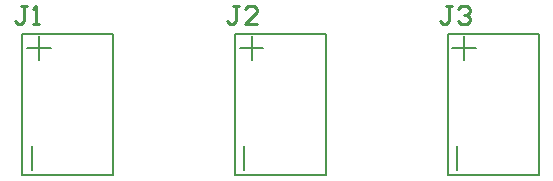
<source format=gbr>
%TF.GenerationSoftware,Altium Limited,Altium Designer,23.7.1 (13)*%
G04 Layer_Color=65535*
%FSLAX45Y45*%
%MOMM*%
%TF.SameCoordinates,30466DDA-3D0C-41F1-AC50-7AA24E5CAA7F*%
%TF.FilePolarity,Positive*%
%TF.FileFunction,Legend,Top*%
%TF.Part,Single*%
G01*
G75*
%TA.AperFunction,NonConductor*%
%ADD14C,0.20000*%
%ADD15C,0.25400*%
D14*
X120000Y900000D02*
X890000D01*
X120000Y2100000D02*
X890000D01*
X120000Y900000D02*
Y2100000D01*
X890000Y900000D02*
Y2100000D01*
X3720000Y900000D02*
X4490000D01*
X3720000Y2100000D02*
X4490000D01*
X3720000Y900000D02*
Y2100000D01*
X4490000Y900000D02*
Y2100000D01*
X1920000Y900000D02*
X2690000D01*
X1920000Y2100000D02*
X2690000D01*
X1920000Y900000D02*
Y2100000D01*
X2690000Y900000D02*
Y2100000D01*
X200000Y950032D02*
Y1149967D01*
X260000Y1880033D02*
Y2079968D01*
X160032Y1980000D02*
X359968D01*
X3800000Y950032D02*
Y1149967D01*
X3860000Y1880033D02*
Y2079968D01*
X3760032Y1980000D02*
X3959968D01*
X2000000Y950032D02*
Y1149967D01*
X2060000Y1880033D02*
Y2079968D01*
X1960032Y1980000D02*
X2159967D01*
D15*
X3755797Y2337961D02*
X3705014D01*
X3730406D01*
Y2211002D01*
X3705014Y2185610D01*
X3679622D01*
X3654230Y2211002D01*
X3806581Y2312569D02*
X3831973Y2337961D01*
X3882756D01*
X3908148Y2312569D01*
Y2287177D01*
X3882756Y2261785D01*
X3857364D01*
X3882756D01*
X3908148Y2236394D01*
Y2211002D01*
X3882756Y2185610D01*
X3831973D01*
X3806581Y2211002D01*
X1955797Y2337961D02*
X1905013D01*
X1930405D01*
Y2211002D01*
X1905013Y2185610D01*
X1879622D01*
X1854230Y2211002D01*
X2108148Y2185610D02*
X2006581D01*
X2108148Y2287177D01*
Y2312569D01*
X2082756Y2337961D01*
X2031973D01*
X2006581Y2312569D01*
X155797Y2337961D02*
X105014D01*
X130405D01*
Y2211002D01*
X105014Y2185610D01*
X79622D01*
X54230Y2211002D01*
X206581Y2185610D02*
X257364D01*
X231973D01*
Y2337961D01*
X206581Y2312569D01*
%TF.MD5,b9f1c6e2f8c9dcca86235f4dc5814fa8*%
M02*

</source>
